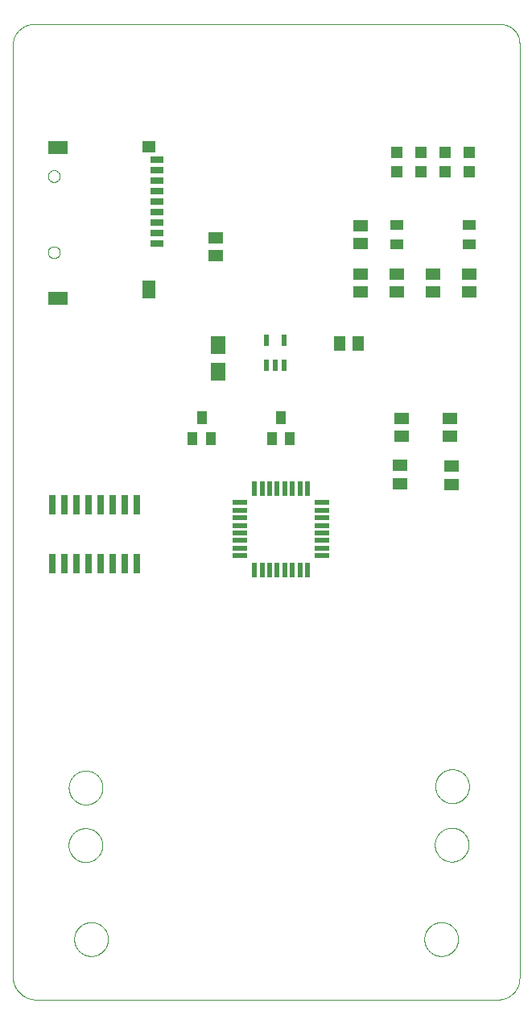
<source format=gtp>
G75*
%MOIN*%
%OFA0B0*%
%FSLAX25Y25*%
%IPPOS*%
%LPD*%
%AMOC8*
5,1,8,0,0,1.08239X$1,22.5*
%
%ADD10C,0.00000*%
%ADD11R,0.04724X0.04724*%
%ADD12R,0.03937X0.05512*%
%ADD13R,0.05906X0.05118*%
%ADD14R,0.05118X0.05906*%
%ADD15R,0.02000X0.06000*%
%ADD16R,0.06000X0.02000*%
%ADD17R,0.02600X0.08000*%
%ADD18R,0.02165X0.04724*%
%ADD19R,0.05906X0.07677*%
%ADD20R,0.05512X0.04331*%
%ADD21R,0.07874X0.05512*%
%ADD22R,0.05512X0.05039*%
%ADD23R,0.05512X0.07677*%
%ADD24R,0.05512X0.02756*%
D10*
X0032652Y0010767D02*
X0032652Y0395526D01*
X0032651Y0395526D02*
X0032654Y0395737D01*
X0032661Y0395947D01*
X0032674Y0396158D01*
X0032692Y0396368D01*
X0032715Y0396577D01*
X0032743Y0396786D01*
X0032775Y0396994D01*
X0032813Y0397201D01*
X0032856Y0397408D01*
X0032904Y0397613D01*
X0032957Y0397817D01*
X0033015Y0398019D01*
X0033078Y0398221D01*
X0033145Y0398420D01*
X0033218Y0398618D01*
X0033295Y0398814D01*
X0033377Y0399008D01*
X0033463Y0399201D01*
X0033554Y0399391D01*
X0033650Y0399578D01*
X0033750Y0399764D01*
X0033855Y0399947D01*
X0033964Y0400127D01*
X0034077Y0400305D01*
X0034195Y0400480D01*
X0034316Y0400651D01*
X0034442Y0400820D01*
X0034572Y0400986D01*
X0034706Y0401149D01*
X0034844Y0401308D01*
X0034986Y0401464D01*
X0035131Y0401617D01*
X0035280Y0401766D01*
X0035433Y0401911D01*
X0035589Y0402053D01*
X0035748Y0402191D01*
X0035911Y0402325D01*
X0036077Y0402455D01*
X0036246Y0402581D01*
X0036417Y0402702D01*
X0036592Y0402820D01*
X0036770Y0402933D01*
X0036950Y0403042D01*
X0037133Y0403147D01*
X0037319Y0403247D01*
X0037506Y0403343D01*
X0037696Y0403434D01*
X0037889Y0403520D01*
X0038083Y0403602D01*
X0038279Y0403679D01*
X0038477Y0403752D01*
X0038676Y0403819D01*
X0038878Y0403882D01*
X0039080Y0403940D01*
X0039284Y0403993D01*
X0039489Y0404041D01*
X0039696Y0404084D01*
X0039903Y0404122D01*
X0040111Y0404154D01*
X0040320Y0404182D01*
X0040529Y0404205D01*
X0040739Y0404223D01*
X0040950Y0404236D01*
X0041160Y0404243D01*
X0041371Y0404246D01*
X0041371Y0404245D02*
X0234687Y0404245D01*
X0234878Y0404243D01*
X0235068Y0404236D01*
X0235258Y0404224D01*
X0235448Y0404208D01*
X0235638Y0404188D01*
X0235826Y0404162D01*
X0236015Y0404132D01*
X0236202Y0404098D01*
X0236389Y0404059D01*
X0236574Y0404016D01*
X0236759Y0403968D01*
X0236942Y0403916D01*
X0237124Y0403859D01*
X0237304Y0403798D01*
X0237483Y0403733D01*
X0237661Y0403663D01*
X0237836Y0403589D01*
X0238010Y0403511D01*
X0238182Y0403428D01*
X0238352Y0403342D01*
X0238519Y0403251D01*
X0238685Y0403156D01*
X0238848Y0403058D01*
X0239009Y0402955D01*
X0239167Y0402849D01*
X0239322Y0402739D01*
X0239475Y0402625D01*
X0239625Y0402508D01*
X0239772Y0402386D01*
X0239916Y0402262D01*
X0240057Y0402134D01*
X0240195Y0402002D01*
X0240330Y0401867D01*
X0240462Y0401729D01*
X0240590Y0401588D01*
X0240714Y0401444D01*
X0240836Y0401297D01*
X0240953Y0401147D01*
X0241067Y0400994D01*
X0241177Y0400839D01*
X0241283Y0400681D01*
X0241386Y0400520D01*
X0241484Y0400357D01*
X0241579Y0400191D01*
X0241670Y0400024D01*
X0241756Y0399854D01*
X0241839Y0399682D01*
X0241917Y0399508D01*
X0241991Y0399333D01*
X0242061Y0399155D01*
X0242126Y0398976D01*
X0242187Y0398796D01*
X0242244Y0398614D01*
X0242296Y0398431D01*
X0242344Y0398246D01*
X0242387Y0398061D01*
X0242426Y0397874D01*
X0242460Y0397687D01*
X0242490Y0397498D01*
X0242516Y0397310D01*
X0242536Y0397120D01*
X0242552Y0396930D01*
X0242564Y0396740D01*
X0242571Y0396550D01*
X0242573Y0396359D01*
X0242573Y0009978D01*
X0242570Y0009761D01*
X0242563Y0009544D01*
X0242549Y0009328D01*
X0242531Y0009111D01*
X0242508Y0008896D01*
X0242479Y0008681D01*
X0242445Y0008466D01*
X0242406Y0008253D01*
X0242361Y0008041D01*
X0242312Y0007829D01*
X0242258Y0007619D01*
X0242198Y0007411D01*
X0242134Y0007204D01*
X0242064Y0006998D01*
X0241990Y0006794D01*
X0241910Y0006592D01*
X0241826Y0006393D01*
X0241737Y0006195D01*
X0241643Y0005999D01*
X0241545Y0005806D01*
X0241441Y0005615D01*
X0241334Y0005427D01*
X0241222Y0005241D01*
X0241105Y0005058D01*
X0240984Y0004878D01*
X0240858Y0004701D01*
X0240729Y0004527D01*
X0240595Y0004356D01*
X0240457Y0004189D01*
X0240315Y0004024D01*
X0240169Y0003864D01*
X0240020Y0003707D01*
X0239866Y0003553D01*
X0239709Y0003404D01*
X0239549Y0003258D01*
X0239384Y0003116D01*
X0239217Y0002978D01*
X0239046Y0002844D01*
X0238872Y0002715D01*
X0238695Y0002589D01*
X0238515Y0002468D01*
X0238332Y0002351D01*
X0238146Y0002239D01*
X0237958Y0002132D01*
X0237767Y0002028D01*
X0237574Y0001930D01*
X0237378Y0001836D01*
X0237180Y0001747D01*
X0236981Y0001663D01*
X0236779Y0001583D01*
X0236575Y0001509D01*
X0236369Y0001439D01*
X0236162Y0001375D01*
X0235954Y0001315D01*
X0235744Y0001261D01*
X0235532Y0001212D01*
X0235320Y0001167D01*
X0235107Y0001128D01*
X0234892Y0001094D01*
X0234677Y0001065D01*
X0234462Y0001042D01*
X0234245Y0001024D01*
X0234029Y0001010D01*
X0233812Y0001003D01*
X0233595Y0001000D01*
X0042418Y0001000D01*
X0042182Y0001003D01*
X0041946Y0001011D01*
X0041711Y0001026D01*
X0041475Y0001046D01*
X0041241Y0001071D01*
X0041007Y0001102D01*
X0040774Y0001139D01*
X0040541Y0001182D01*
X0040310Y0001230D01*
X0040081Y0001284D01*
X0039852Y0001343D01*
X0039625Y0001408D01*
X0039400Y0001478D01*
X0039176Y0001554D01*
X0038955Y0001635D01*
X0038735Y0001721D01*
X0038517Y0001813D01*
X0038302Y0001910D01*
X0038089Y0002012D01*
X0037879Y0002119D01*
X0037671Y0002231D01*
X0037467Y0002348D01*
X0037265Y0002470D01*
X0037066Y0002597D01*
X0036870Y0002729D01*
X0036677Y0002865D01*
X0036488Y0003006D01*
X0036302Y0003152D01*
X0036120Y0003302D01*
X0035941Y0003456D01*
X0035767Y0003615D01*
X0035596Y0003778D01*
X0035429Y0003945D01*
X0035266Y0004116D01*
X0035107Y0004290D01*
X0034953Y0004469D01*
X0034803Y0004651D01*
X0034657Y0004837D01*
X0034516Y0005026D01*
X0034380Y0005219D01*
X0034248Y0005415D01*
X0034121Y0005614D01*
X0033999Y0005816D01*
X0033882Y0006020D01*
X0033770Y0006228D01*
X0033663Y0006438D01*
X0033561Y0006651D01*
X0033464Y0006866D01*
X0033372Y0007084D01*
X0033286Y0007304D01*
X0033205Y0007525D01*
X0033129Y0007749D01*
X0033059Y0007974D01*
X0032994Y0008201D01*
X0032935Y0008430D01*
X0032881Y0008659D01*
X0032833Y0008890D01*
X0032790Y0009123D01*
X0032753Y0009356D01*
X0032722Y0009590D01*
X0032697Y0009824D01*
X0032677Y0010060D01*
X0032662Y0010295D01*
X0032654Y0010531D01*
X0032651Y0010767D01*
X0058152Y0026000D02*
X0058154Y0026172D01*
X0058160Y0026343D01*
X0058171Y0026515D01*
X0058186Y0026686D01*
X0058205Y0026857D01*
X0058228Y0027027D01*
X0058255Y0027197D01*
X0058287Y0027366D01*
X0058322Y0027534D01*
X0058362Y0027701D01*
X0058406Y0027867D01*
X0058453Y0028032D01*
X0058505Y0028196D01*
X0058561Y0028358D01*
X0058621Y0028519D01*
X0058685Y0028679D01*
X0058753Y0028837D01*
X0058824Y0028993D01*
X0058899Y0029147D01*
X0058979Y0029300D01*
X0059061Y0029450D01*
X0059148Y0029599D01*
X0059238Y0029745D01*
X0059332Y0029889D01*
X0059429Y0030031D01*
X0059530Y0030170D01*
X0059634Y0030307D01*
X0059741Y0030441D01*
X0059852Y0030572D01*
X0059965Y0030701D01*
X0060082Y0030827D01*
X0060202Y0030950D01*
X0060325Y0031070D01*
X0060451Y0031187D01*
X0060580Y0031300D01*
X0060711Y0031411D01*
X0060845Y0031518D01*
X0060982Y0031622D01*
X0061121Y0031723D01*
X0061263Y0031820D01*
X0061407Y0031914D01*
X0061553Y0032004D01*
X0061702Y0032091D01*
X0061852Y0032173D01*
X0062005Y0032253D01*
X0062159Y0032328D01*
X0062315Y0032399D01*
X0062473Y0032467D01*
X0062633Y0032531D01*
X0062794Y0032591D01*
X0062956Y0032647D01*
X0063120Y0032699D01*
X0063285Y0032746D01*
X0063451Y0032790D01*
X0063618Y0032830D01*
X0063786Y0032865D01*
X0063955Y0032897D01*
X0064125Y0032924D01*
X0064295Y0032947D01*
X0064466Y0032966D01*
X0064637Y0032981D01*
X0064809Y0032992D01*
X0064980Y0032998D01*
X0065152Y0033000D01*
X0065324Y0032998D01*
X0065495Y0032992D01*
X0065667Y0032981D01*
X0065838Y0032966D01*
X0066009Y0032947D01*
X0066179Y0032924D01*
X0066349Y0032897D01*
X0066518Y0032865D01*
X0066686Y0032830D01*
X0066853Y0032790D01*
X0067019Y0032746D01*
X0067184Y0032699D01*
X0067348Y0032647D01*
X0067510Y0032591D01*
X0067671Y0032531D01*
X0067831Y0032467D01*
X0067989Y0032399D01*
X0068145Y0032328D01*
X0068299Y0032253D01*
X0068452Y0032173D01*
X0068602Y0032091D01*
X0068751Y0032004D01*
X0068897Y0031914D01*
X0069041Y0031820D01*
X0069183Y0031723D01*
X0069322Y0031622D01*
X0069459Y0031518D01*
X0069593Y0031411D01*
X0069724Y0031300D01*
X0069853Y0031187D01*
X0069979Y0031070D01*
X0070102Y0030950D01*
X0070222Y0030827D01*
X0070339Y0030701D01*
X0070452Y0030572D01*
X0070563Y0030441D01*
X0070670Y0030307D01*
X0070774Y0030170D01*
X0070875Y0030031D01*
X0070972Y0029889D01*
X0071066Y0029745D01*
X0071156Y0029599D01*
X0071243Y0029450D01*
X0071325Y0029300D01*
X0071405Y0029147D01*
X0071480Y0028993D01*
X0071551Y0028837D01*
X0071619Y0028679D01*
X0071683Y0028519D01*
X0071743Y0028358D01*
X0071799Y0028196D01*
X0071851Y0028032D01*
X0071898Y0027867D01*
X0071942Y0027701D01*
X0071982Y0027534D01*
X0072017Y0027366D01*
X0072049Y0027197D01*
X0072076Y0027027D01*
X0072099Y0026857D01*
X0072118Y0026686D01*
X0072133Y0026515D01*
X0072144Y0026343D01*
X0072150Y0026172D01*
X0072152Y0026000D01*
X0072150Y0025828D01*
X0072144Y0025657D01*
X0072133Y0025485D01*
X0072118Y0025314D01*
X0072099Y0025143D01*
X0072076Y0024973D01*
X0072049Y0024803D01*
X0072017Y0024634D01*
X0071982Y0024466D01*
X0071942Y0024299D01*
X0071898Y0024133D01*
X0071851Y0023968D01*
X0071799Y0023804D01*
X0071743Y0023642D01*
X0071683Y0023481D01*
X0071619Y0023321D01*
X0071551Y0023163D01*
X0071480Y0023007D01*
X0071405Y0022853D01*
X0071325Y0022700D01*
X0071243Y0022550D01*
X0071156Y0022401D01*
X0071066Y0022255D01*
X0070972Y0022111D01*
X0070875Y0021969D01*
X0070774Y0021830D01*
X0070670Y0021693D01*
X0070563Y0021559D01*
X0070452Y0021428D01*
X0070339Y0021299D01*
X0070222Y0021173D01*
X0070102Y0021050D01*
X0069979Y0020930D01*
X0069853Y0020813D01*
X0069724Y0020700D01*
X0069593Y0020589D01*
X0069459Y0020482D01*
X0069322Y0020378D01*
X0069183Y0020277D01*
X0069041Y0020180D01*
X0068897Y0020086D01*
X0068751Y0019996D01*
X0068602Y0019909D01*
X0068452Y0019827D01*
X0068299Y0019747D01*
X0068145Y0019672D01*
X0067989Y0019601D01*
X0067831Y0019533D01*
X0067671Y0019469D01*
X0067510Y0019409D01*
X0067348Y0019353D01*
X0067184Y0019301D01*
X0067019Y0019254D01*
X0066853Y0019210D01*
X0066686Y0019170D01*
X0066518Y0019135D01*
X0066349Y0019103D01*
X0066179Y0019076D01*
X0066009Y0019053D01*
X0065838Y0019034D01*
X0065667Y0019019D01*
X0065495Y0019008D01*
X0065324Y0019002D01*
X0065152Y0019000D01*
X0064980Y0019002D01*
X0064809Y0019008D01*
X0064637Y0019019D01*
X0064466Y0019034D01*
X0064295Y0019053D01*
X0064125Y0019076D01*
X0063955Y0019103D01*
X0063786Y0019135D01*
X0063618Y0019170D01*
X0063451Y0019210D01*
X0063285Y0019254D01*
X0063120Y0019301D01*
X0062956Y0019353D01*
X0062794Y0019409D01*
X0062633Y0019469D01*
X0062473Y0019533D01*
X0062315Y0019601D01*
X0062159Y0019672D01*
X0062005Y0019747D01*
X0061852Y0019827D01*
X0061702Y0019909D01*
X0061553Y0019996D01*
X0061407Y0020086D01*
X0061263Y0020180D01*
X0061121Y0020277D01*
X0060982Y0020378D01*
X0060845Y0020482D01*
X0060711Y0020589D01*
X0060580Y0020700D01*
X0060451Y0020813D01*
X0060325Y0020930D01*
X0060202Y0021050D01*
X0060082Y0021173D01*
X0059965Y0021299D01*
X0059852Y0021428D01*
X0059741Y0021559D01*
X0059634Y0021693D01*
X0059530Y0021830D01*
X0059429Y0021969D01*
X0059332Y0022111D01*
X0059238Y0022255D01*
X0059148Y0022401D01*
X0059061Y0022550D01*
X0058979Y0022700D01*
X0058899Y0022853D01*
X0058824Y0023007D01*
X0058753Y0023163D01*
X0058685Y0023321D01*
X0058621Y0023481D01*
X0058561Y0023642D01*
X0058505Y0023804D01*
X0058453Y0023968D01*
X0058406Y0024133D01*
X0058362Y0024299D01*
X0058322Y0024466D01*
X0058287Y0024634D01*
X0058255Y0024803D01*
X0058228Y0024973D01*
X0058205Y0025143D01*
X0058186Y0025314D01*
X0058171Y0025485D01*
X0058160Y0025657D01*
X0058154Y0025828D01*
X0058152Y0026000D01*
X0055822Y0064839D02*
X0055824Y0065011D01*
X0055830Y0065182D01*
X0055841Y0065354D01*
X0055856Y0065525D01*
X0055875Y0065696D01*
X0055898Y0065866D01*
X0055925Y0066036D01*
X0055957Y0066205D01*
X0055992Y0066373D01*
X0056032Y0066540D01*
X0056076Y0066706D01*
X0056123Y0066871D01*
X0056175Y0067035D01*
X0056231Y0067197D01*
X0056291Y0067358D01*
X0056355Y0067518D01*
X0056423Y0067676D01*
X0056494Y0067832D01*
X0056569Y0067986D01*
X0056649Y0068139D01*
X0056731Y0068289D01*
X0056818Y0068438D01*
X0056908Y0068584D01*
X0057002Y0068728D01*
X0057099Y0068870D01*
X0057200Y0069009D01*
X0057304Y0069146D01*
X0057411Y0069280D01*
X0057522Y0069411D01*
X0057635Y0069540D01*
X0057752Y0069666D01*
X0057872Y0069789D01*
X0057995Y0069909D01*
X0058121Y0070026D01*
X0058250Y0070139D01*
X0058381Y0070250D01*
X0058515Y0070357D01*
X0058652Y0070461D01*
X0058791Y0070562D01*
X0058933Y0070659D01*
X0059077Y0070753D01*
X0059223Y0070843D01*
X0059372Y0070930D01*
X0059522Y0071012D01*
X0059675Y0071092D01*
X0059829Y0071167D01*
X0059985Y0071238D01*
X0060143Y0071306D01*
X0060303Y0071370D01*
X0060464Y0071430D01*
X0060626Y0071486D01*
X0060790Y0071538D01*
X0060955Y0071585D01*
X0061121Y0071629D01*
X0061288Y0071669D01*
X0061456Y0071704D01*
X0061625Y0071736D01*
X0061795Y0071763D01*
X0061965Y0071786D01*
X0062136Y0071805D01*
X0062307Y0071820D01*
X0062479Y0071831D01*
X0062650Y0071837D01*
X0062822Y0071839D01*
X0062994Y0071837D01*
X0063165Y0071831D01*
X0063337Y0071820D01*
X0063508Y0071805D01*
X0063679Y0071786D01*
X0063849Y0071763D01*
X0064019Y0071736D01*
X0064188Y0071704D01*
X0064356Y0071669D01*
X0064523Y0071629D01*
X0064689Y0071585D01*
X0064854Y0071538D01*
X0065018Y0071486D01*
X0065180Y0071430D01*
X0065341Y0071370D01*
X0065501Y0071306D01*
X0065659Y0071238D01*
X0065815Y0071167D01*
X0065969Y0071092D01*
X0066122Y0071012D01*
X0066272Y0070930D01*
X0066421Y0070843D01*
X0066567Y0070753D01*
X0066711Y0070659D01*
X0066853Y0070562D01*
X0066992Y0070461D01*
X0067129Y0070357D01*
X0067263Y0070250D01*
X0067394Y0070139D01*
X0067523Y0070026D01*
X0067649Y0069909D01*
X0067772Y0069789D01*
X0067892Y0069666D01*
X0068009Y0069540D01*
X0068122Y0069411D01*
X0068233Y0069280D01*
X0068340Y0069146D01*
X0068444Y0069009D01*
X0068545Y0068870D01*
X0068642Y0068728D01*
X0068736Y0068584D01*
X0068826Y0068438D01*
X0068913Y0068289D01*
X0068995Y0068139D01*
X0069075Y0067986D01*
X0069150Y0067832D01*
X0069221Y0067676D01*
X0069289Y0067518D01*
X0069353Y0067358D01*
X0069413Y0067197D01*
X0069469Y0067035D01*
X0069521Y0066871D01*
X0069568Y0066706D01*
X0069612Y0066540D01*
X0069652Y0066373D01*
X0069687Y0066205D01*
X0069719Y0066036D01*
X0069746Y0065866D01*
X0069769Y0065696D01*
X0069788Y0065525D01*
X0069803Y0065354D01*
X0069814Y0065182D01*
X0069820Y0065011D01*
X0069822Y0064839D01*
X0069820Y0064667D01*
X0069814Y0064496D01*
X0069803Y0064324D01*
X0069788Y0064153D01*
X0069769Y0063982D01*
X0069746Y0063812D01*
X0069719Y0063642D01*
X0069687Y0063473D01*
X0069652Y0063305D01*
X0069612Y0063138D01*
X0069568Y0062972D01*
X0069521Y0062807D01*
X0069469Y0062643D01*
X0069413Y0062481D01*
X0069353Y0062320D01*
X0069289Y0062160D01*
X0069221Y0062002D01*
X0069150Y0061846D01*
X0069075Y0061692D01*
X0068995Y0061539D01*
X0068913Y0061389D01*
X0068826Y0061240D01*
X0068736Y0061094D01*
X0068642Y0060950D01*
X0068545Y0060808D01*
X0068444Y0060669D01*
X0068340Y0060532D01*
X0068233Y0060398D01*
X0068122Y0060267D01*
X0068009Y0060138D01*
X0067892Y0060012D01*
X0067772Y0059889D01*
X0067649Y0059769D01*
X0067523Y0059652D01*
X0067394Y0059539D01*
X0067263Y0059428D01*
X0067129Y0059321D01*
X0066992Y0059217D01*
X0066853Y0059116D01*
X0066711Y0059019D01*
X0066567Y0058925D01*
X0066421Y0058835D01*
X0066272Y0058748D01*
X0066122Y0058666D01*
X0065969Y0058586D01*
X0065815Y0058511D01*
X0065659Y0058440D01*
X0065501Y0058372D01*
X0065341Y0058308D01*
X0065180Y0058248D01*
X0065018Y0058192D01*
X0064854Y0058140D01*
X0064689Y0058093D01*
X0064523Y0058049D01*
X0064356Y0058009D01*
X0064188Y0057974D01*
X0064019Y0057942D01*
X0063849Y0057915D01*
X0063679Y0057892D01*
X0063508Y0057873D01*
X0063337Y0057858D01*
X0063165Y0057847D01*
X0062994Y0057841D01*
X0062822Y0057839D01*
X0062650Y0057841D01*
X0062479Y0057847D01*
X0062307Y0057858D01*
X0062136Y0057873D01*
X0061965Y0057892D01*
X0061795Y0057915D01*
X0061625Y0057942D01*
X0061456Y0057974D01*
X0061288Y0058009D01*
X0061121Y0058049D01*
X0060955Y0058093D01*
X0060790Y0058140D01*
X0060626Y0058192D01*
X0060464Y0058248D01*
X0060303Y0058308D01*
X0060143Y0058372D01*
X0059985Y0058440D01*
X0059829Y0058511D01*
X0059675Y0058586D01*
X0059522Y0058666D01*
X0059372Y0058748D01*
X0059223Y0058835D01*
X0059077Y0058925D01*
X0058933Y0059019D01*
X0058791Y0059116D01*
X0058652Y0059217D01*
X0058515Y0059321D01*
X0058381Y0059428D01*
X0058250Y0059539D01*
X0058121Y0059652D01*
X0057995Y0059769D01*
X0057872Y0059889D01*
X0057752Y0060012D01*
X0057635Y0060138D01*
X0057522Y0060267D01*
X0057411Y0060398D01*
X0057304Y0060532D01*
X0057200Y0060669D01*
X0057099Y0060808D01*
X0057002Y0060950D01*
X0056908Y0061094D01*
X0056818Y0061240D01*
X0056731Y0061389D01*
X0056649Y0061539D01*
X0056569Y0061692D01*
X0056494Y0061846D01*
X0056423Y0062002D01*
X0056355Y0062160D01*
X0056291Y0062320D01*
X0056231Y0062481D01*
X0056175Y0062643D01*
X0056123Y0062807D01*
X0056076Y0062972D01*
X0056032Y0063138D01*
X0055992Y0063305D01*
X0055957Y0063473D01*
X0055925Y0063642D01*
X0055898Y0063812D01*
X0055875Y0063982D01*
X0055856Y0064153D01*
X0055841Y0064324D01*
X0055830Y0064496D01*
X0055824Y0064667D01*
X0055822Y0064839D01*
X0055891Y0088621D02*
X0055893Y0088793D01*
X0055899Y0088964D01*
X0055910Y0089136D01*
X0055925Y0089307D01*
X0055944Y0089478D01*
X0055967Y0089648D01*
X0055994Y0089818D01*
X0056026Y0089987D01*
X0056061Y0090155D01*
X0056101Y0090322D01*
X0056145Y0090488D01*
X0056192Y0090653D01*
X0056244Y0090817D01*
X0056300Y0090979D01*
X0056360Y0091140D01*
X0056424Y0091300D01*
X0056492Y0091458D01*
X0056563Y0091614D01*
X0056638Y0091768D01*
X0056718Y0091921D01*
X0056800Y0092071D01*
X0056887Y0092220D01*
X0056977Y0092366D01*
X0057071Y0092510D01*
X0057168Y0092652D01*
X0057269Y0092791D01*
X0057373Y0092928D01*
X0057480Y0093062D01*
X0057591Y0093193D01*
X0057704Y0093322D01*
X0057821Y0093448D01*
X0057941Y0093571D01*
X0058064Y0093691D01*
X0058190Y0093808D01*
X0058319Y0093921D01*
X0058450Y0094032D01*
X0058584Y0094139D01*
X0058721Y0094243D01*
X0058860Y0094344D01*
X0059002Y0094441D01*
X0059146Y0094535D01*
X0059292Y0094625D01*
X0059441Y0094712D01*
X0059591Y0094794D01*
X0059744Y0094874D01*
X0059898Y0094949D01*
X0060054Y0095020D01*
X0060212Y0095088D01*
X0060372Y0095152D01*
X0060533Y0095212D01*
X0060695Y0095268D01*
X0060859Y0095320D01*
X0061024Y0095367D01*
X0061190Y0095411D01*
X0061357Y0095451D01*
X0061525Y0095486D01*
X0061694Y0095518D01*
X0061864Y0095545D01*
X0062034Y0095568D01*
X0062205Y0095587D01*
X0062376Y0095602D01*
X0062548Y0095613D01*
X0062719Y0095619D01*
X0062891Y0095621D01*
X0063063Y0095619D01*
X0063234Y0095613D01*
X0063406Y0095602D01*
X0063577Y0095587D01*
X0063748Y0095568D01*
X0063918Y0095545D01*
X0064088Y0095518D01*
X0064257Y0095486D01*
X0064425Y0095451D01*
X0064592Y0095411D01*
X0064758Y0095367D01*
X0064923Y0095320D01*
X0065087Y0095268D01*
X0065249Y0095212D01*
X0065410Y0095152D01*
X0065570Y0095088D01*
X0065728Y0095020D01*
X0065884Y0094949D01*
X0066038Y0094874D01*
X0066191Y0094794D01*
X0066341Y0094712D01*
X0066490Y0094625D01*
X0066636Y0094535D01*
X0066780Y0094441D01*
X0066922Y0094344D01*
X0067061Y0094243D01*
X0067198Y0094139D01*
X0067332Y0094032D01*
X0067463Y0093921D01*
X0067592Y0093808D01*
X0067718Y0093691D01*
X0067841Y0093571D01*
X0067961Y0093448D01*
X0068078Y0093322D01*
X0068191Y0093193D01*
X0068302Y0093062D01*
X0068409Y0092928D01*
X0068513Y0092791D01*
X0068614Y0092652D01*
X0068711Y0092510D01*
X0068805Y0092366D01*
X0068895Y0092220D01*
X0068982Y0092071D01*
X0069064Y0091921D01*
X0069144Y0091768D01*
X0069219Y0091614D01*
X0069290Y0091458D01*
X0069358Y0091300D01*
X0069422Y0091140D01*
X0069482Y0090979D01*
X0069538Y0090817D01*
X0069590Y0090653D01*
X0069637Y0090488D01*
X0069681Y0090322D01*
X0069721Y0090155D01*
X0069756Y0089987D01*
X0069788Y0089818D01*
X0069815Y0089648D01*
X0069838Y0089478D01*
X0069857Y0089307D01*
X0069872Y0089136D01*
X0069883Y0088964D01*
X0069889Y0088793D01*
X0069891Y0088621D01*
X0069889Y0088449D01*
X0069883Y0088278D01*
X0069872Y0088106D01*
X0069857Y0087935D01*
X0069838Y0087764D01*
X0069815Y0087594D01*
X0069788Y0087424D01*
X0069756Y0087255D01*
X0069721Y0087087D01*
X0069681Y0086920D01*
X0069637Y0086754D01*
X0069590Y0086589D01*
X0069538Y0086425D01*
X0069482Y0086263D01*
X0069422Y0086102D01*
X0069358Y0085942D01*
X0069290Y0085784D01*
X0069219Y0085628D01*
X0069144Y0085474D01*
X0069064Y0085321D01*
X0068982Y0085171D01*
X0068895Y0085022D01*
X0068805Y0084876D01*
X0068711Y0084732D01*
X0068614Y0084590D01*
X0068513Y0084451D01*
X0068409Y0084314D01*
X0068302Y0084180D01*
X0068191Y0084049D01*
X0068078Y0083920D01*
X0067961Y0083794D01*
X0067841Y0083671D01*
X0067718Y0083551D01*
X0067592Y0083434D01*
X0067463Y0083321D01*
X0067332Y0083210D01*
X0067198Y0083103D01*
X0067061Y0082999D01*
X0066922Y0082898D01*
X0066780Y0082801D01*
X0066636Y0082707D01*
X0066490Y0082617D01*
X0066341Y0082530D01*
X0066191Y0082448D01*
X0066038Y0082368D01*
X0065884Y0082293D01*
X0065728Y0082222D01*
X0065570Y0082154D01*
X0065410Y0082090D01*
X0065249Y0082030D01*
X0065087Y0081974D01*
X0064923Y0081922D01*
X0064758Y0081875D01*
X0064592Y0081831D01*
X0064425Y0081791D01*
X0064257Y0081756D01*
X0064088Y0081724D01*
X0063918Y0081697D01*
X0063748Y0081674D01*
X0063577Y0081655D01*
X0063406Y0081640D01*
X0063234Y0081629D01*
X0063063Y0081623D01*
X0062891Y0081621D01*
X0062719Y0081623D01*
X0062548Y0081629D01*
X0062376Y0081640D01*
X0062205Y0081655D01*
X0062034Y0081674D01*
X0061864Y0081697D01*
X0061694Y0081724D01*
X0061525Y0081756D01*
X0061357Y0081791D01*
X0061190Y0081831D01*
X0061024Y0081875D01*
X0060859Y0081922D01*
X0060695Y0081974D01*
X0060533Y0082030D01*
X0060372Y0082090D01*
X0060212Y0082154D01*
X0060054Y0082222D01*
X0059898Y0082293D01*
X0059744Y0082368D01*
X0059591Y0082448D01*
X0059441Y0082530D01*
X0059292Y0082617D01*
X0059146Y0082707D01*
X0059002Y0082801D01*
X0058860Y0082898D01*
X0058721Y0082999D01*
X0058584Y0083103D01*
X0058450Y0083210D01*
X0058319Y0083321D01*
X0058190Y0083434D01*
X0058064Y0083551D01*
X0057941Y0083671D01*
X0057821Y0083794D01*
X0057704Y0083920D01*
X0057591Y0084049D01*
X0057480Y0084180D01*
X0057373Y0084314D01*
X0057269Y0084451D01*
X0057168Y0084590D01*
X0057071Y0084732D01*
X0056977Y0084876D01*
X0056887Y0085022D01*
X0056800Y0085171D01*
X0056718Y0085321D01*
X0056638Y0085474D01*
X0056563Y0085628D01*
X0056492Y0085784D01*
X0056424Y0085942D01*
X0056360Y0086102D01*
X0056300Y0086263D01*
X0056244Y0086425D01*
X0056192Y0086589D01*
X0056145Y0086754D01*
X0056101Y0086920D01*
X0056061Y0087087D01*
X0056026Y0087255D01*
X0055994Y0087424D01*
X0055967Y0087594D01*
X0055944Y0087764D01*
X0055925Y0087935D01*
X0055910Y0088106D01*
X0055899Y0088278D01*
X0055893Y0088449D01*
X0055891Y0088621D01*
X0047274Y0309944D02*
X0047276Y0310043D01*
X0047282Y0310142D01*
X0047292Y0310241D01*
X0047306Y0310339D01*
X0047324Y0310436D01*
X0047346Y0310533D01*
X0047371Y0310629D01*
X0047401Y0310723D01*
X0047434Y0310817D01*
X0047471Y0310909D01*
X0047512Y0310999D01*
X0047556Y0311088D01*
X0047604Y0311174D01*
X0047655Y0311259D01*
X0047710Y0311342D01*
X0047768Y0311422D01*
X0047829Y0311500D01*
X0047893Y0311576D01*
X0047960Y0311649D01*
X0048030Y0311719D01*
X0048103Y0311786D01*
X0048179Y0311850D01*
X0048257Y0311911D01*
X0048337Y0311969D01*
X0048420Y0312024D01*
X0048504Y0312075D01*
X0048591Y0312123D01*
X0048680Y0312167D01*
X0048770Y0312208D01*
X0048862Y0312245D01*
X0048956Y0312278D01*
X0049050Y0312308D01*
X0049146Y0312333D01*
X0049243Y0312355D01*
X0049340Y0312373D01*
X0049438Y0312387D01*
X0049537Y0312397D01*
X0049636Y0312403D01*
X0049735Y0312405D01*
X0049834Y0312403D01*
X0049933Y0312397D01*
X0050032Y0312387D01*
X0050130Y0312373D01*
X0050227Y0312355D01*
X0050324Y0312333D01*
X0050420Y0312308D01*
X0050514Y0312278D01*
X0050608Y0312245D01*
X0050700Y0312208D01*
X0050790Y0312167D01*
X0050879Y0312123D01*
X0050965Y0312075D01*
X0051050Y0312024D01*
X0051133Y0311969D01*
X0051213Y0311911D01*
X0051291Y0311850D01*
X0051367Y0311786D01*
X0051440Y0311719D01*
X0051510Y0311649D01*
X0051577Y0311576D01*
X0051641Y0311500D01*
X0051702Y0311422D01*
X0051760Y0311342D01*
X0051815Y0311259D01*
X0051866Y0311175D01*
X0051914Y0311088D01*
X0051958Y0310999D01*
X0051999Y0310909D01*
X0052036Y0310817D01*
X0052069Y0310723D01*
X0052099Y0310629D01*
X0052124Y0310533D01*
X0052146Y0310436D01*
X0052164Y0310339D01*
X0052178Y0310241D01*
X0052188Y0310142D01*
X0052194Y0310043D01*
X0052196Y0309944D01*
X0052194Y0309845D01*
X0052188Y0309746D01*
X0052178Y0309647D01*
X0052164Y0309549D01*
X0052146Y0309452D01*
X0052124Y0309355D01*
X0052099Y0309259D01*
X0052069Y0309165D01*
X0052036Y0309071D01*
X0051999Y0308979D01*
X0051958Y0308889D01*
X0051914Y0308800D01*
X0051866Y0308714D01*
X0051815Y0308629D01*
X0051760Y0308546D01*
X0051702Y0308466D01*
X0051641Y0308388D01*
X0051577Y0308312D01*
X0051510Y0308239D01*
X0051440Y0308169D01*
X0051367Y0308102D01*
X0051291Y0308038D01*
X0051213Y0307977D01*
X0051133Y0307919D01*
X0051050Y0307864D01*
X0050966Y0307813D01*
X0050879Y0307765D01*
X0050790Y0307721D01*
X0050700Y0307680D01*
X0050608Y0307643D01*
X0050514Y0307610D01*
X0050420Y0307580D01*
X0050324Y0307555D01*
X0050227Y0307533D01*
X0050130Y0307515D01*
X0050032Y0307501D01*
X0049933Y0307491D01*
X0049834Y0307485D01*
X0049735Y0307483D01*
X0049636Y0307485D01*
X0049537Y0307491D01*
X0049438Y0307501D01*
X0049340Y0307515D01*
X0049243Y0307533D01*
X0049146Y0307555D01*
X0049050Y0307580D01*
X0048956Y0307610D01*
X0048862Y0307643D01*
X0048770Y0307680D01*
X0048680Y0307721D01*
X0048591Y0307765D01*
X0048505Y0307813D01*
X0048420Y0307864D01*
X0048337Y0307919D01*
X0048257Y0307977D01*
X0048179Y0308038D01*
X0048103Y0308102D01*
X0048030Y0308169D01*
X0047960Y0308239D01*
X0047893Y0308312D01*
X0047829Y0308388D01*
X0047768Y0308466D01*
X0047710Y0308546D01*
X0047655Y0308629D01*
X0047604Y0308713D01*
X0047556Y0308800D01*
X0047512Y0308889D01*
X0047471Y0308979D01*
X0047434Y0309071D01*
X0047401Y0309165D01*
X0047371Y0309259D01*
X0047346Y0309355D01*
X0047324Y0309452D01*
X0047306Y0309549D01*
X0047292Y0309647D01*
X0047282Y0309746D01*
X0047276Y0309845D01*
X0047274Y0309944D01*
X0047274Y0341440D02*
X0047276Y0341539D01*
X0047282Y0341638D01*
X0047292Y0341737D01*
X0047306Y0341835D01*
X0047324Y0341932D01*
X0047346Y0342029D01*
X0047371Y0342125D01*
X0047401Y0342219D01*
X0047434Y0342313D01*
X0047471Y0342405D01*
X0047512Y0342495D01*
X0047556Y0342584D01*
X0047604Y0342670D01*
X0047655Y0342755D01*
X0047710Y0342838D01*
X0047768Y0342918D01*
X0047829Y0342996D01*
X0047893Y0343072D01*
X0047960Y0343145D01*
X0048030Y0343215D01*
X0048103Y0343282D01*
X0048179Y0343346D01*
X0048257Y0343407D01*
X0048337Y0343465D01*
X0048420Y0343520D01*
X0048504Y0343571D01*
X0048591Y0343619D01*
X0048680Y0343663D01*
X0048770Y0343704D01*
X0048862Y0343741D01*
X0048956Y0343774D01*
X0049050Y0343804D01*
X0049146Y0343829D01*
X0049243Y0343851D01*
X0049340Y0343869D01*
X0049438Y0343883D01*
X0049537Y0343893D01*
X0049636Y0343899D01*
X0049735Y0343901D01*
X0049834Y0343899D01*
X0049933Y0343893D01*
X0050032Y0343883D01*
X0050130Y0343869D01*
X0050227Y0343851D01*
X0050324Y0343829D01*
X0050420Y0343804D01*
X0050514Y0343774D01*
X0050608Y0343741D01*
X0050700Y0343704D01*
X0050790Y0343663D01*
X0050879Y0343619D01*
X0050965Y0343571D01*
X0051050Y0343520D01*
X0051133Y0343465D01*
X0051213Y0343407D01*
X0051291Y0343346D01*
X0051367Y0343282D01*
X0051440Y0343215D01*
X0051510Y0343145D01*
X0051577Y0343072D01*
X0051641Y0342996D01*
X0051702Y0342918D01*
X0051760Y0342838D01*
X0051815Y0342755D01*
X0051866Y0342671D01*
X0051914Y0342584D01*
X0051958Y0342495D01*
X0051999Y0342405D01*
X0052036Y0342313D01*
X0052069Y0342219D01*
X0052099Y0342125D01*
X0052124Y0342029D01*
X0052146Y0341932D01*
X0052164Y0341835D01*
X0052178Y0341737D01*
X0052188Y0341638D01*
X0052194Y0341539D01*
X0052196Y0341440D01*
X0052194Y0341341D01*
X0052188Y0341242D01*
X0052178Y0341143D01*
X0052164Y0341045D01*
X0052146Y0340948D01*
X0052124Y0340851D01*
X0052099Y0340755D01*
X0052069Y0340661D01*
X0052036Y0340567D01*
X0051999Y0340475D01*
X0051958Y0340385D01*
X0051914Y0340296D01*
X0051866Y0340210D01*
X0051815Y0340125D01*
X0051760Y0340042D01*
X0051702Y0339962D01*
X0051641Y0339884D01*
X0051577Y0339808D01*
X0051510Y0339735D01*
X0051440Y0339665D01*
X0051367Y0339598D01*
X0051291Y0339534D01*
X0051213Y0339473D01*
X0051133Y0339415D01*
X0051050Y0339360D01*
X0050966Y0339309D01*
X0050879Y0339261D01*
X0050790Y0339217D01*
X0050700Y0339176D01*
X0050608Y0339139D01*
X0050514Y0339106D01*
X0050420Y0339076D01*
X0050324Y0339051D01*
X0050227Y0339029D01*
X0050130Y0339011D01*
X0050032Y0338997D01*
X0049933Y0338987D01*
X0049834Y0338981D01*
X0049735Y0338979D01*
X0049636Y0338981D01*
X0049537Y0338987D01*
X0049438Y0338997D01*
X0049340Y0339011D01*
X0049243Y0339029D01*
X0049146Y0339051D01*
X0049050Y0339076D01*
X0048956Y0339106D01*
X0048862Y0339139D01*
X0048770Y0339176D01*
X0048680Y0339217D01*
X0048591Y0339261D01*
X0048505Y0339309D01*
X0048420Y0339360D01*
X0048337Y0339415D01*
X0048257Y0339473D01*
X0048179Y0339534D01*
X0048103Y0339598D01*
X0048030Y0339665D01*
X0047960Y0339735D01*
X0047893Y0339808D01*
X0047829Y0339884D01*
X0047768Y0339962D01*
X0047710Y0340042D01*
X0047655Y0340125D01*
X0047604Y0340209D01*
X0047556Y0340296D01*
X0047512Y0340385D01*
X0047471Y0340475D01*
X0047434Y0340567D01*
X0047401Y0340661D01*
X0047371Y0340755D01*
X0047346Y0340851D01*
X0047324Y0340948D01*
X0047306Y0341045D01*
X0047292Y0341143D01*
X0047282Y0341242D01*
X0047276Y0341341D01*
X0047274Y0341440D01*
X0207699Y0089198D02*
X0207701Y0089370D01*
X0207707Y0089541D01*
X0207718Y0089713D01*
X0207733Y0089884D01*
X0207752Y0090055D01*
X0207775Y0090225D01*
X0207802Y0090395D01*
X0207834Y0090564D01*
X0207869Y0090732D01*
X0207909Y0090899D01*
X0207953Y0091065D01*
X0208000Y0091230D01*
X0208052Y0091394D01*
X0208108Y0091556D01*
X0208168Y0091717D01*
X0208232Y0091877D01*
X0208300Y0092035D01*
X0208371Y0092191D01*
X0208446Y0092345D01*
X0208526Y0092498D01*
X0208608Y0092648D01*
X0208695Y0092797D01*
X0208785Y0092943D01*
X0208879Y0093087D01*
X0208976Y0093229D01*
X0209077Y0093368D01*
X0209181Y0093505D01*
X0209288Y0093639D01*
X0209399Y0093770D01*
X0209512Y0093899D01*
X0209629Y0094025D01*
X0209749Y0094148D01*
X0209872Y0094268D01*
X0209998Y0094385D01*
X0210127Y0094498D01*
X0210258Y0094609D01*
X0210392Y0094716D01*
X0210529Y0094820D01*
X0210668Y0094921D01*
X0210810Y0095018D01*
X0210954Y0095112D01*
X0211100Y0095202D01*
X0211249Y0095289D01*
X0211399Y0095371D01*
X0211552Y0095451D01*
X0211706Y0095526D01*
X0211862Y0095597D01*
X0212020Y0095665D01*
X0212180Y0095729D01*
X0212341Y0095789D01*
X0212503Y0095845D01*
X0212667Y0095897D01*
X0212832Y0095944D01*
X0212998Y0095988D01*
X0213165Y0096028D01*
X0213333Y0096063D01*
X0213502Y0096095D01*
X0213672Y0096122D01*
X0213842Y0096145D01*
X0214013Y0096164D01*
X0214184Y0096179D01*
X0214356Y0096190D01*
X0214527Y0096196D01*
X0214699Y0096198D01*
X0214871Y0096196D01*
X0215042Y0096190D01*
X0215214Y0096179D01*
X0215385Y0096164D01*
X0215556Y0096145D01*
X0215726Y0096122D01*
X0215896Y0096095D01*
X0216065Y0096063D01*
X0216233Y0096028D01*
X0216400Y0095988D01*
X0216566Y0095944D01*
X0216731Y0095897D01*
X0216895Y0095845D01*
X0217057Y0095789D01*
X0217218Y0095729D01*
X0217378Y0095665D01*
X0217536Y0095597D01*
X0217692Y0095526D01*
X0217846Y0095451D01*
X0217999Y0095371D01*
X0218149Y0095289D01*
X0218298Y0095202D01*
X0218444Y0095112D01*
X0218588Y0095018D01*
X0218730Y0094921D01*
X0218869Y0094820D01*
X0219006Y0094716D01*
X0219140Y0094609D01*
X0219271Y0094498D01*
X0219400Y0094385D01*
X0219526Y0094268D01*
X0219649Y0094148D01*
X0219769Y0094025D01*
X0219886Y0093899D01*
X0219999Y0093770D01*
X0220110Y0093639D01*
X0220217Y0093505D01*
X0220321Y0093368D01*
X0220422Y0093229D01*
X0220519Y0093087D01*
X0220613Y0092943D01*
X0220703Y0092797D01*
X0220790Y0092648D01*
X0220872Y0092498D01*
X0220952Y0092345D01*
X0221027Y0092191D01*
X0221098Y0092035D01*
X0221166Y0091877D01*
X0221230Y0091717D01*
X0221290Y0091556D01*
X0221346Y0091394D01*
X0221398Y0091230D01*
X0221445Y0091065D01*
X0221489Y0090899D01*
X0221529Y0090732D01*
X0221564Y0090564D01*
X0221596Y0090395D01*
X0221623Y0090225D01*
X0221646Y0090055D01*
X0221665Y0089884D01*
X0221680Y0089713D01*
X0221691Y0089541D01*
X0221697Y0089370D01*
X0221699Y0089198D01*
X0221697Y0089026D01*
X0221691Y0088855D01*
X0221680Y0088683D01*
X0221665Y0088512D01*
X0221646Y0088341D01*
X0221623Y0088171D01*
X0221596Y0088001D01*
X0221564Y0087832D01*
X0221529Y0087664D01*
X0221489Y0087497D01*
X0221445Y0087331D01*
X0221398Y0087166D01*
X0221346Y0087002D01*
X0221290Y0086840D01*
X0221230Y0086679D01*
X0221166Y0086519D01*
X0221098Y0086361D01*
X0221027Y0086205D01*
X0220952Y0086051D01*
X0220872Y0085898D01*
X0220790Y0085748D01*
X0220703Y0085599D01*
X0220613Y0085453D01*
X0220519Y0085309D01*
X0220422Y0085167D01*
X0220321Y0085028D01*
X0220217Y0084891D01*
X0220110Y0084757D01*
X0219999Y0084626D01*
X0219886Y0084497D01*
X0219769Y0084371D01*
X0219649Y0084248D01*
X0219526Y0084128D01*
X0219400Y0084011D01*
X0219271Y0083898D01*
X0219140Y0083787D01*
X0219006Y0083680D01*
X0218869Y0083576D01*
X0218730Y0083475D01*
X0218588Y0083378D01*
X0218444Y0083284D01*
X0218298Y0083194D01*
X0218149Y0083107D01*
X0217999Y0083025D01*
X0217846Y0082945D01*
X0217692Y0082870D01*
X0217536Y0082799D01*
X0217378Y0082731D01*
X0217218Y0082667D01*
X0217057Y0082607D01*
X0216895Y0082551D01*
X0216731Y0082499D01*
X0216566Y0082452D01*
X0216400Y0082408D01*
X0216233Y0082368D01*
X0216065Y0082333D01*
X0215896Y0082301D01*
X0215726Y0082274D01*
X0215556Y0082251D01*
X0215385Y0082232D01*
X0215214Y0082217D01*
X0215042Y0082206D01*
X0214871Y0082200D01*
X0214699Y0082198D01*
X0214527Y0082200D01*
X0214356Y0082206D01*
X0214184Y0082217D01*
X0214013Y0082232D01*
X0213842Y0082251D01*
X0213672Y0082274D01*
X0213502Y0082301D01*
X0213333Y0082333D01*
X0213165Y0082368D01*
X0212998Y0082408D01*
X0212832Y0082452D01*
X0212667Y0082499D01*
X0212503Y0082551D01*
X0212341Y0082607D01*
X0212180Y0082667D01*
X0212020Y0082731D01*
X0211862Y0082799D01*
X0211706Y0082870D01*
X0211552Y0082945D01*
X0211399Y0083025D01*
X0211249Y0083107D01*
X0211100Y0083194D01*
X0210954Y0083284D01*
X0210810Y0083378D01*
X0210668Y0083475D01*
X0210529Y0083576D01*
X0210392Y0083680D01*
X0210258Y0083787D01*
X0210127Y0083898D01*
X0209998Y0084011D01*
X0209872Y0084128D01*
X0209749Y0084248D01*
X0209629Y0084371D01*
X0209512Y0084497D01*
X0209399Y0084626D01*
X0209288Y0084757D01*
X0209181Y0084891D01*
X0209077Y0085028D01*
X0208976Y0085167D01*
X0208879Y0085309D01*
X0208785Y0085453D01*
X0208695Y0085599D01*
X0208608Y0085748D01*
X0208526Y0085898D01*
X0208446Y0086051D01*
X0208371Y0086205D01*
X0208300Y0086361D01*
X0208232Y0086519D01*
X0208168Y0086679D01*
X0208108Y0086840D01*
X0208052Y0087002D01*
X0208000Y0087166D01*
X0207953Y0087331D01*
X0207909Y0087497D01*
X0207869Y0087664D01*
X0207834Y0087832D01*
X0207802Y0088001D01*
X0207775Y0088171D01*
X0207752Y0088341D01*
X0207733Y0088512D01*
X0207718Y0088683D01*
X0207707Y0088855D01*
X0207701Y0089026D01*
X0207699Y0089198D01*
X0207489Y0065023D02*
X0207491Y0065195D01*
X0207497Y0065366D01*
X0207508Y0065538D01*
X0207523Y0065709D01*
X0207542Y0065880D01*
X0207565Y0066050D01*
X0207592Y0066220D01*
X0207624Y0066389D01*
X0207659Y0066557D01*
X0207699Y0066724D01*
X0207743Y0066890D01*
X0207790Y0067055D01*
X0207842Y0067219D01*
X0207898Y0067381D01*
X0207958Y0067542D01*
X0208022Y0067702D01*
X0208090Y0067860D01*
X0208161Y0068016D01*
X0208236Y0068170D01*
X0208316Y0068323D01*
X0208398Y0068473D01*
X0208485Y0068622D01*
X0208575Y0068768D01*
X0208669Y0068912D01*
X0208766Y0069054D01*
X0208867Y0069193D01*
X0208971Y0069330D01*
X0209078Y0069464D01*
X0209189Y0069595D01*
X0209302Y0069724D01*
X0209419Y0069850D01*
X0209539Y0069973D01*
X0209662Y0070093D01*
X0209788Y0070210D01*
X0209917Y0070323D01*
X0210048Y0070434D01*
X0210182Y0070541D01*
X0210319Y0070645D01*
X0210458Y0070746D01*
X0210600Y0070843D01*
X0210744Y0070937D01*
X0210890Y0071027D01*
X0211039Y0071114D01*
X0211189Y0071196D01*
X0211342Y0071276D01*
X0211496Y0071351D01*
X0211652Y0071422D01*
X0211810Y0071490D01*
X0211970Y0071554D01*
X0212131Y0071614D01*
X0212293Y0071670D01*
X0212457Y0071722D01*
X0212622Y0071769D01*
X0212788Y0071813D01*
X0212955Y0071853D01*
X0213123Y0071888D01*
X0213292Y0071920D01*
X0213462Y0071947D01*
X0213632Y0071970D01*
X0213803Y0071989D01*
X0213974Y0072004D01*
X0214146Y0072015D01*
X0214317Y0072021D01*
X0214489Y0072023D01*
X0214661Y0072021D01*
X0214832Y0072015D01*
X0215004Y0072004D01*
X0215175Y0071989D01*
X0215346Y0071970D01*
X0215516Y0071947D01*
X0215686Y0071920D01*
X0215855Y0071888D01*
X0216023Y0071853D01*
X0216190Y0071813D01*
X0216356Y0071769D01*
X0216521Y0071722D01*
X0216685Y0071670D01*
X0216847Y0071614D01*
X0217008Y0071554D01*
X0217168Y0071490D01*
X0217326Y0071422D01*
X0217482Y0071351D01*
X0217636Y0071276D01*
X0217789Y0071196D01*
X0217939Y0071114D01*
X0218088Y0071027D01*
X0218234Y0070937D01*
X0218378Y0070843D01*
X0218520Y0070746D01*
X0218659Y0070645D01*
X0218796Y0070541D01*
X0218930Y0070434D01*
X0219061Y0070323D01*
X0219190Y0070210D01*
X0219316Y0070093D01*
X0219439Y0069973D01*
X0219559Y0069850D01*
X0219676Y0069724D01*
X0219789Y0069595D01*
X0219900Y0069464D01*
X0220007Y0069330D01*
X0220111Y0069193D01*
X0220212Y0069054D01*
X0220309Y0068912D01*
X0220403Y0068768D01*
X0220493Y0068622D01*
X0220580Y0068473D01*
X0220662Y0068323D01*
X0220742Y0068170D01*
X0220817Y0068016D01*
X0220888Y0067860D01*
X0220956Y0067702D01*
X0221020Y0067542D01*
X0221080Y0067381D01*
X0221136Y0067219D01*
X0221188Y0067055D01*
X0221235Y0066890D01*
X0221279Y0066724D01*
X0221319Y0066557D01*
X0221354Y0066389D01*
X0221386Y0066220D01*
X0221413Y0066050D01*
X0221436Y0065880D01*
X0221455Y0065709D01*
X0221470Y0065538D01*
X0221481Y0065366D01*
X0221487Y0065195D01*
X0221489Y0065023D01*
X0221487Y0064851D01*
X0221481Y0064680D01*
X0221470Y0064508D01*
X0221455Y0064337D01*
X0221436Y0064166D01*
X0221413Y0063996D01*
X0221386Y0063826D01*
X0221354Y0063657D01*
X0221319Y0063489D01*
X0221279Y0063322D01*
X0221235Y0063156D01*
X0221188Y0062991D01*
X0221136Y0062827D01*
X0221080Y0062665D01*
X0221020Y0062504D01*
X0220956Y0062344D01*
X0220888Y0062186D01*
X0220817Y0062030D01*
X0220742Y0061876D01*
X0220662Y0061723D01*
X0220580Y0061573D01*
X0220493Y0061424D01*
X0220403Y0061278D01*
X0220309Y0061134D01*
X0220212Y0060992D01*
X0220111Y0060853D01*
X0220007Y0060716D01*
X0219900Y0060582D01*
X0219789Y0060451D01*
X0219676Y0060322D01*
X0219559Y0060196D01*
X0219439Y0060073D01*
X0219316Y0059953D01*
X0219190Y0059836D01*
X0219061Y0059723D01*
X0218930Y0059612D01*
X0218796Y0059505D01*
X0218659Y0059401D01*
X0218520Y0059300D01*
X0218378Y0059203D01*
X0218234Y0059109D01*
X0218088Y0059019D01*
X0217939Y0058932D01*
X0217789Y0058850D01*
X0217636Y0058770D01*
X0217482Y0058695D01*
X0217326Y0058624D01*
X0217168Y0058556D01*
X0217008Y0058492D01*
X0216847Y0058432D01*
X0216685Y0058376D01*
X0216521Y0058324D01*
X0216356Y0058277D01*
X0216190Y0058233D01*
X0216023Y0058193D01*
X0215855Y0058158D01*
X0215686Y0058126D01*
X0215516Y0058099D01*
X0215346Y0058076D01*
X0215175Y0058057D01*
X0215004Y0058042D01*
X0214832Y0058031D01*
X0214661Y0058025D01*
X0214489Y0058023D01*
X0214317Y0058025D01*
X0214146Y0058031D01*
X0213974Y0058042D01*
X0213803Y0058057D01*
X0213632Y0058076D01*
X0213462Y0058099D01*
X0213292Y0058126D01*
X0213123Y0058158D01*
X0212955Y0058193D01*
X0212788Y0058233D01*
X0212622Y0058277D01*
X0212457Y0058324D01*
X0212293Y0058376D01*
X0212131Y0058432D01*
X0211970Y0058492D01*
X0211810Y0058556D01*
X0211652Y0058624D01*
X0211496Y0058695D01*
X0211342Y0058770D01*
X0211189Y0058850D01*
X0211039Y0058932D01*
X0210890Y0059019D01*
X0210744Y0059109D01*
X0210600Y0059203D01*
X0210458Y0059300D01*
X0210319Y0059401D01*
X0210182Y0059505D01*
X0210048Y0059612D01*
X0209917Y0059723D01*
X0209788Y0059836D01*
X0209662Y0059953D01*
X0209539Y0060073D01*
X0209419Y0060196D01*
X0209302Y0060322D01*
X0209189Y0060451D01*
X0209078Y0060582D01*
X0208971Y0060716D01*
X0208867Y0060853D01*
X0208766Y0060992D01*
X0208669Y0061134D01*
X0208575Y0061278D01*
X0208485Y0061424D01*
X0208398Y0061573D01*
X0208316Y0061723D01*
X0208236Y0061876D01*
X0208161Y0062030D01*
X0208090Y0062186D01*
X0208022Y0062344D01*
X0207958Y0062504D01*
X0207898Y0062665D01*
X0207842Y0062827D01*
X0207790Y0062991D01*
X0207743Y0063156D01*
X0207699Y0063322D01*
X0207659Y0063489D01*
X0207624Y0063657D01*
X0207592Y0063826D01*
X0207565Y0063996D01*
X0207542Y0064166D01*
X0207523Y0064337D01*
X0207508Y0064508D01*
X0207497Y0064680D01*
X0207491Y0064851D01*
X0207489Y0065023D01*
X0203152Y0026000D02*
X0203154Y0026172D01*
X0203160Y0026343D01*
X0203171Y0026515D01*
X0203186Y0026686D01*
X0203205Y0026857D01*
X0203228Y0027027D01*
X0203255Y0027197D01*
X0203287Y0027366D01*
X0203322Y0027534D01*
X0203362Y0027701D01*
X0203406Y0027867D01*
X0203453Y0028032D01*
X0203505Y0028196D01*
X0203561Y0028358D01*
X0203621Y0028519D01*
X0203685Y0028679D01*
X0203753Y0028837D01*
X0203824Y0028993D01*
X0203899Y0029147D01*
X0203979Y0029300D01*
X0204061Y0029450D01*
X0204148Y0029599D01*
X0204238Y0029745D01*
X0204332Y0029889D01*
X0204429Y0030031D01*
X0204530Y0030170D01*
X0204634Y0030307D01*
X0204741Y0030441D01*
X0204852Y0030572D01*
X0204965Y0030701D01*
X0205082Y0030827D01*
X0205202Y0030950D01*
X0205325Y0031070D01*
X0205451Y0031187D01*
X0205580Y0031300D01*
X0205711Y0031411D01*
X0205845Y0031518D01*
X0205982Y0031622D01*
X0206121Y0031723D01*
X0206263Y0031820D01*
X0206407Y0031914D01*
X0206553Y0032004D01*
X0206702Y0032091D01*
X0206852Y0032173D01*
X0207005Y0032253D01*
X0207159Y0032328D01*
X0207315Y0032399D01*
X0207473Y0032467D01*
X0207633Y0032531D01*
X0207794Y0032591D01*
X0207956Y0032647D01*
X0208120Y0032699D01*
X0208285Y0032746D01*
X0208451Y0032790D01*
X0208618Y0032830D01*
X0208786Y0032865D01*
X0208955Y0032897D01*
X0209125Y0032924D01*
X0209295Y0032947D01*
X0209466Y0032966D01*
X0209637Y0032981D01*
X0209809Y0032992D01*
X0209980Y0032998D01*
X0210152Y0033000D01*
X0210324Y0032998D01*
X0210495Y0032992D01*
X0210667Y0032981D01*
X0210838Y0032966D01*
X0211009Y0032947D01*
X0211179Y0032924D01*
X0211349Y0032897D01*
X0211518Y0032865D01*
X0211686Y0032830D01*
X0211853Y0032790D01*
X0212019Y0032746D01*
X0212184Y0032699D01*
X0212348Y0032647D01*
X0212510Y0032591D01*
X0212671Y0032531D01*
X0212831Y0032467D01*
X0212989Y0032399D01*
X0213145Y0032328D01*
X0213299Y0032253D01*
X0213452Y0032173D01*
X0213602Y0032091D01*
X0213751Y0032004D01*
X0213897Y0031914D01*
X0214041Y0031820D01*
X0214183Y0031723D01*
X0214322Y0031622D01*
X0214459Y0031518D01*
X0214593Y0031411D01*
X0214724Y0031300D01*
X0214853Y0031187D01*
X0214979Y0031070D01*
X0215102Y0030950D01*
X0215222Y0030827D01*
X0215339Y0030701D01*
X0215452Y0030572D01*
X0215563Y0030441D01*
X0215670Y0030307D01*
X0215774Y0030170D01*
X0215875Y0030031D01*
X0215972Y0029889D01*
X0216066Y0029745D01*
X0216156Y0029599D01*
X0216243Y0029450D01*
X0216325Y0029300D01*
X0216405Y0029147D01*
X0216480Y0028993D01*
X0216551Y0028837D01*
X0216619Y0028679D01*
X0216683Y0028519D01*
X0216743Y0028358D01*
X0216799Y0028196D01*
X0216851Y0028032D01*
X0216898Y0027867D01*
X0216942Y0027701D01*
X0216982Y0027534D01*
X0217017Y0027366D01*
X0217049Y0027197D01*
X0217076Y0027027D01*
X0217099Y0026857D01*
X0217118Y0026686D01*
X0217133Y0026515D01*
X0217144Y0026343D01*
X0217150Y0026172D01*
X0217152Y0026000D01*
X0217150Y0025828D01*
X0217144Y0025657D01*
X0217133Y0025485D01*
X0217118Y0025314D01*
X0217099Y0025143D01*
X0217076Y0024973D01*
X0217049Y0024803D01*
X0217017Y0024634D01*
X0216982Y0024466D01*
X0216942Y0024299D01*
X0216898Y0024133D01*
X0216851Y0023968D01*
X0216799Y0023804D01*
X0216743Y0023642D01*
X0216683Y0023481D01*
X0216619Y0023321D01*
X0216551Y0023163D01*
X0216480Y0023007D01*
X0216405Y0022853D01*
X0216325Y0022700D01*
X0216243Y0022550D01*
X0216156Y0022401D01*
X0216066Y0022255D01*
X0215972Y0022111D01*
X0215875Y0021969D01*
X0215774Y0021830D01*
X0215670Y0021693D01*
X0215563Y0021559D01*
X0215452Y0021428D01*
X0215339Y0021299D01*
X0215222Y0021173D01*
X0215102Y0021050D01*
X0214979Y0020930D01*
X0214853Y0020813D01*
X0214724Y0020700D01*
X0214593Y0020589D01*
X0214459Y0020482D01*
X0214322Y0020378D01*
X0214183Y0020277D01*
X0214041Y0020180D01*
X0213897Y0020086D01*
X0213751Y0019996D01*
X0213602Y0019909D01*
X0213452Y0019827D01*
X0213299Y0019747D01*
X0213145Y0019672D01*
X0212989Y0019601D01*
X0212831Y0019533D01*
X0212671Y0019469D01*
X0212510Y0019409D01*
X0212348Y0019353D01*
X0212184Y0019301D01*
X0212019Y0019254D01*
X0211853Y0019210D01*
X0211686Y0019170D01*
X0211518Y0019135D01*
X0211349Y0019103D01*
X0211179Y0019076D01*
X0211009Y0019053D01*
X0210838Y0019034D01*
X0210667Y0019019D01*
X0210495Y0019008D01*
X0210324Y0019002D01*
X0210152Y0019000D01*
X0209980Y0019002D01*
X0209809Y0019008D01*
X0209637Y0019019D01*
X0209466Y0019034D01*
X0209295Y0019053D01*
X0209125Y0019076D01*
X0208955Y0019103D01*
X0208786Y0019135D01*
X0208618Y0019170D01*
X0208451Y0019210D01*
X0208285Y0019254D01*
X0208120Y0019301D01*
X0207956Y0019353D01*
X0207794Y0019409D01*
X0207633Y0019469D01*
X0207473Y0019533D01*
X0207315Y0019601D01*
X0207159Y0019672D01*
X0207005Y0019747D01*
X0206852Y0019827D01*
X0206702Y0019909D01*
X0206553Y0019996D01*
X0206407Y0020086D01*
X0206263Y0020180D01*
X0206121Y0020277D01*
X0205982Y0020378D01*
X0205845Y0020482D01*
X0205711Y0020589D01*
X0205580Y0020700D01*
X0205451Y0020813D01*
X0205325Y0020930D01*
X0205202Y0021050D01*
X0205082Y0021173D01*
X0204965Y0021299D01*
X0204852Y0021428D01*
X0204741Y0021559D01*
X0204634Y0021693D01*
X0204530Y0021830D01*
X0204429Y0021969D01*
X0204332Y0022111D01*
X0204238Y0022255D01*
X0204148Y0022401D01*
X0204061Y0022550D01*
X0203979Y0022700D01*
X0203899Y0022853D01*
X0203824Y0023007D01*
X0203753Y0023163D01*
X0203685Y0023321D01*
X0203621Y0023481D01*
X0203561Y0023642D01*
X0203505Y0023804D01*
X0203453Y0023968D01*
X0203406Y0024133D01*
X0203362Y0024299D01*
X0203322Y0024466D01*
X0203287Y0024634D01*
X0203255Y0024803D01*
X0203228Y0024973D01*
X0203205Y0025143D01*
X0203186Y0025314D01*
X0203171Y0025485D01*
X0203160Y0025657D01*
X0203154Y0025828D01*
X0203152Y0026000D01*
D11*
X0201896Y0343089D03*
X0201896Y0351357D03*
X0211896Y0351357D03*
X0211896Y0343089D03*
X0221896Y0343089D03*
X0221896Y0351357D03*
X0191896Y0351357D03*
X0191896Y0343089D03*
D12*
X0143731Y0241712D03*
X0139991Y0233051D03*
X0147471Y0233051D03*
X0114665Y0233051D03*
X0110925Y0241712D03*
X0107185Y0233051D03*
D13*
X0116896Y0308483D03*
X0116896Y0315963D03*
X0176896Y0313483D03*
X0176896Y0320963D03*
X0176896Y0300963D03*
X0176896Y0293483D03*
X0191896Y0293483D03*
X0191896Y0300963D03*
X0206896Y0300963D03*
X0206896Y0293483D03*
X0221896Y0293483D03*
X0221896Y0300963D03*
X0213838Y0241396D03*
X0213838Y0233915D03*
X0214314Y0221500D03*
X0214314Y0214020D03*
X0193163Y0214365D03*
X0193163Y0221846D03*
X0193636Y0233828D03*
X0193636Y0241308D03*
D14*
X0175636Y0272223D03*
X0168156Y0272223D03*
D15*
X0154806Y0212403D03*
X0151656Y0212403D03*
X0148507Y0212403D03*
X0145357Y0212403D03*
X0142208Y0212403D03*
X0139058Y0212403D03*
X0135908Y0212403D03*
X0132759Y0212403D03*
X0132759Y0178603D03*
X0135908Y0178603D03*
X0139058Y0178603D03*
X0142208Y0178603D03*
X0145357Y0178603D03*
X0148507Y0178603D03*
X0151656Y0178603D03*
X0154806Y0178603D03*
D16*
X0160682Y0184479D03*
X0160682Y0187629D03*
X0160682Y0190779D03*
X0160682Y0193928D03*
X0160682Y0197078D03*
X0160682Y0200228D03*
X0160682Y0203377D03*
X0160682Y0206527D03*
X0126882Y0206527D03*
X0126882Y0203377D03*
X0126882Y0200228D03*
X0126882Y0197078D03*
X0126882Y0193928D03*
X0126882Y0190779D03*
X0126882Y0187629D03*
X0126882Y0184479D03*
D17*
X0084166Y0181236D03*
X0079166Y0181236D03*
X0074166Y0181236D03*
X0069166Y0181236D03*
X0064166Y0181236D03*
X0059166Y0181236D03*
X0054166Y0181236D03*
X0049166Y0181236D03*
X0049166Y0205436D03*
X0054166Y0205436D03*
X0059166Y0205436D03*
X0064166Y0205436D03*
X0069166Y0205436D03*
X0074166Y0205436D03*
X0079166Y0205436D03*
X0084166Y0205436D03*
D18*
X0137614Y0263292D03*
X0141354Y0263292D03*
X0145094Y0263292D03*
X0145094Y0273529D03*
X0137614Y0273529D03*
D19*
X0117746Y0271463D03*
X0117746Y0260636D03*
D20*
X0191896Y0313286D03*
X0191896Y0321160D03*
X0221896Y0321160D03*
X0221896Y0313286D03*
D21*
X0051310Y0291046D03*
X0051310Y0353251D03*
D22*
X0089105Y0353487D03*
D23*
X0089105Y0294491D03*
D24*
X0092531Y0313487D03*
X0092531Y0317818D03*
X0092531Y0322149D03*
X0092531Y0326479D03*
X0092531Y0330810D03*
X0092531Y0335141D03*
X0092531Y0339471D03*
X0092531Y0343802D03*
X0092531Y0348133D03*
M02*

</source>
